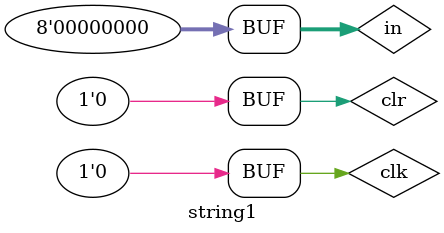
<source format=v>
`timescale 1ns / 1ps


module string1;

	// Inputs
	reg clk;
	reg clr;
	reg [7:0] in;

	// Outputs
	wire out;

	// Instantiate the Unit Under Test (UUT)
	string uut (
		.clk(clk), 
		.clr(clr), 
		.in(in), 
		.out(out)
	);

	initial begin
		// Initialize Inputs
		clk = 0;
		clr = 0;
		in = 0;

		// Wait 100 ns for global reset to finish
		#100;
        
		// Add stimulus here

	end
	
      
endmodule


</source>
